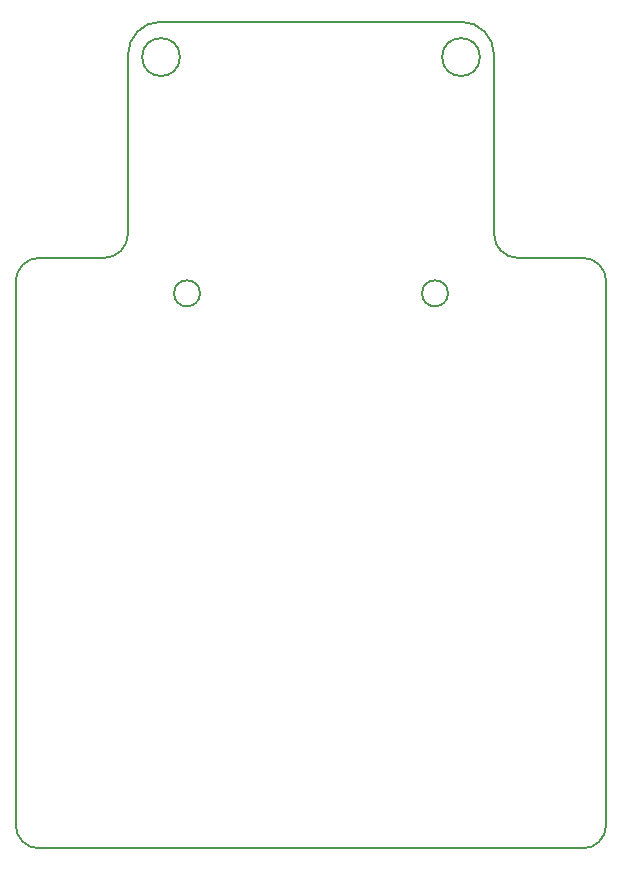
<source format=gm1>
G04 #@! TF.GenerationSoftware,KiCad,Pcbnew,5.1.5+dfsg1-2build2*
G04 #@! TF.CreationDate,2021-03-01T21:19:45+01:00*
G04 #@! TF.ProjectId,time2time,74696d65-3274-4696-9d65-2e6b69636164,V1.0*
G04 #@! TF.SameCoordinates,PX7735940PY3473bc0*
G04 #@! TF.FileFunction,Profile,NP*
%FSLAX46Y46*%
G04 Gerber Fmt 4.6, Leading zero omitted, Abs format (unit mm)*
G04 Created by KiCad (PCBNEW 5.1.5+dfsg1-2build2) date 2021-03-01 21:19:45*
%MOMM*%
%LPD*%
G04 APERTURE LIST*
%ADD10C,0.150000*%
G04 APERTURE END LIST*
D10*
X50000000Y-68000000D02*
G75*
G02X48000000Y-70000000I-2000000J0D01*
G01*
X2000000Y-70000000D02*
G75*
G02X0Y-68000000I0J2000000D01*
G01*
X0Y-22000000D02*
G75*
G02X2000000Y-20000000I2000000J0D01*
G01*
X9500000Y-18000000D02*
G75*
G02X7500000Y-20000000I-2000000J0D01*
G01*
X42500000Y-20000000D02*
G75*
G02X40500000Y-18000000I0J2000000D01*
G01*
X48000000Y-20000000D02*
G75*
G02X50000000Y-22000000I0J-2000000D01*
G01*
X37700000Y0D02*
G75*
G02X40500000Y-2800000I0J-2800000D01*
G01*
X9500000Y-2800000D02*
G75*
G02X12300000Y0I2800000J0D01*
G01*
X42500000Y-20000000D02*
X48000000Y-20000000D01*
X9500000Y-2800000D02*
X9500000Y-18000000D01*
X37700000Y0D02*
X12300000Y0D01*
X40500000Y-18000000D02*
X40500000Y-2800000D01*
X36600000Y-23000000D02*
G75*
G03X36600000Y-23000000I-1100000J0D01*
G01*
X15600000Y-23000000D02*
G75*
G03X15600000Y-23000000I-1100000J0D01*
G01*
X39300000Y-3000000D02*
G75*
G03X39300000Y-3000000I-1600000J0D01*
G01*
X13900000Y-3000000D02*
G75*
G03X13900000Y-3000000I-1600000J0D01*
G01*
X0Y-22000000D02*
X0Y-68000000D01*
X7500000Y-20000000D02*
X2000000Y-20000000D01*
X50000000Y-68000000D02*
X50000000Y-22000000D01*
X2000000Y-70000000D02*
X48000000Y-70000000D01*
M02*

</source>
